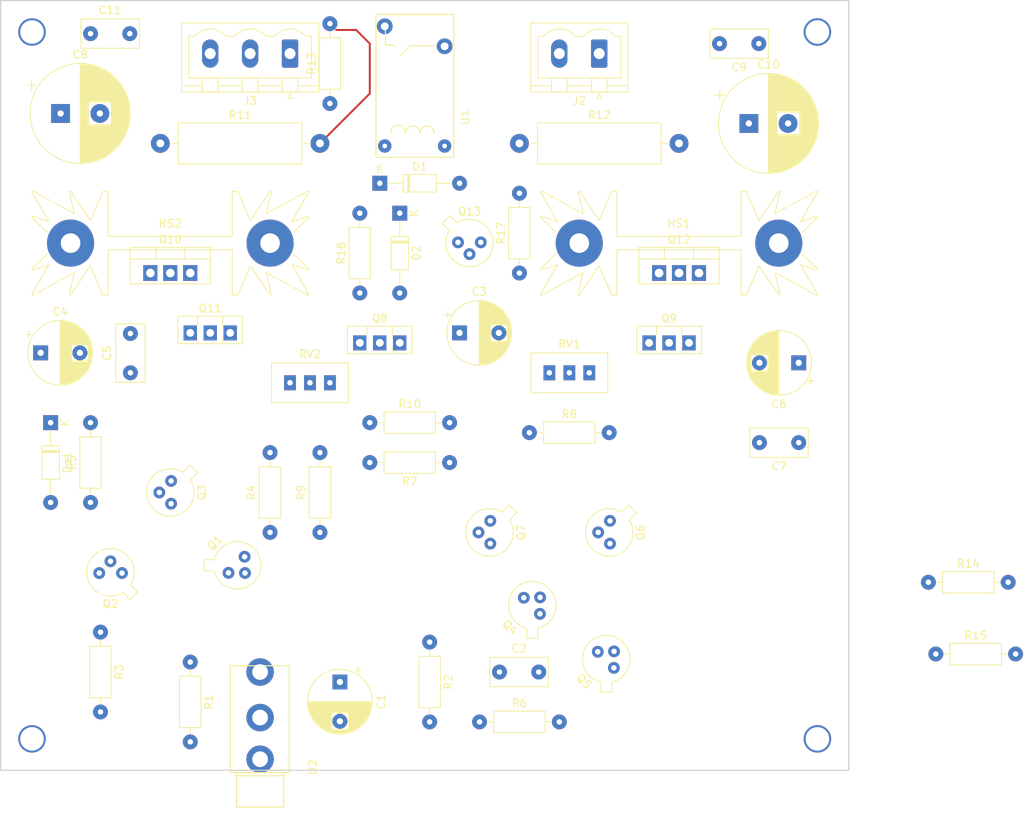
<source format=kicad_pcb>
(kicad_pcb (version 20171130) (host pcbnew "(5.0.2)-1")
  (layers (0 F.Cu signal) (31 B.Cu signal) (34 B.Paste user) (35 F.Paste user) (36 B.SilkS user) (37 F.SilkS user) (38 B.Mask user) (39 F.Mask user) (44 Edge.Cuts user))
  (net 0 "")
  (net 1 "Net-(C1-Pad2)")
  (net 2 "Net-(C1-Pad1)")
  (net 3 "Net-(C2-Pad2)")
  (net 4 "Net-(C2-Pad1)")
  (net 5 "Net-(C3-Pad1)")
  (net 6 -12V)
  (net 7 GND)
  (net 8 +12V)
  (net 9 "Net-(D1-Pad2)")
  (net 10 "Net-(D2-Pad1)")
  (net 11 "Net-(Dz1-Pad2)")
  (net 12 "Net-(Q1-Pad1)")
  (net 13 "Net-(Q2-Pad3)")
  (net 14 "Net-(Q2-Pad2)")
  (net 15 "Net-(Q3-Pad1)")
  (net 16 "Net-(Q4-Pad1)")
  (net 17 "Net-(Q5-Pad1)")
  (net 18 "Net-(Q6-Pad3)")
  (net 19 "Net-(Q6-Pad2)")
  (net 20 "Net-(Q6-Pad1)")
  (net 21 "Net-(Q7-Pad1)")
  (net 22 "Net-(Q8-Pad3)")
  (net 23 "Net-(Q10-Pad1)")
  (net 24 "Net-(Q10-Pad2)")
  (net 25 "Net-(Q11-Pad1)")
  (net 26 "Net-(Q11-Pad2)")
  (net 27 "Net-(R8-Pad2)")
  (net 28 "Net-(R10-Pad1)")
  (net 29 "Net-(R11-Pad2)")
  (net 30 /HP)
  (net 31 "Net-(U2-PadTN)")
  (module CmpAmpliAudioTR:Relais_112LMH2 (layer F.Cu) (at 99.06 68.58 90)
    (fp_text reference U1 (at 28.7 -6.9 90) (layer F.SilkS))
    (fp_text value Relay_1CT)
    (pad b1 thru_hole circle (at 25.065 -9.525 90) (size 1.7 1.7) (drill 0.6) (layers *.Cu *.Mask) (net 9 "Net-(D1-Pad2)"))
    (pad c1 thru_hole circle (at 37.765 -9.525 90) (size 2 2) (drill 1) (layers *.Cu *.Mask) (net 29 "Net-(R11-Pad2)"))
    (pad b2 thru_hole circle (at 25.065 -17.145 90) (size 1.7 1.7) (drill 0.6) (layers *.Cu *.Mask) (net 8 +12V))
    (pad c2 thru_hole circle (at 40.305 -17.145 90) (size 2 2) (drill 1) (layers *.Cu *.Mask) (net 30 /HP))
  )
  (module CmpAmpliAudioTR:CP_Radial_D12.5mm_P5.00mm (layer F.Cu) (at 128.27 40.64)
    (fp_text reference C10 (at 2.5 -7.5) (layer F.SilkS))
    (fp_text value 470u)
    (pad 2 thru_hole circle (at 5 0) (size 2.4 2.4) (drill 0.8) (layers *.Cu *.Mask) (net 6 -12V))
    (pad 1 thru_hole rect (at 0 0) (size 2.4 2.4) (drill 0.8) (layers *.Cu *.Mask) (net 7 GND))
  )
  (module CmpAmpliAudioTR:CP_Radial_D12.5mm_P5.00mm (layer F.Cu) (at 40.64 39.37)
    (fp_text reference C8 (at 2.5 -7.5) (layer F.SilkS))
    (fp_text value 470u)
    (pad 2 thru_hole circle (at 5 0) (size 2.4 2.4) (drill 0.8) (layers *.Cu *.Mask) (net 7 GND))
    (pad 1 thru_hole rect (at 0 0) (size 2.4 2.4) (drill 0.8) (layers *.Cu *.Mask) (net 8 +12V))
  )
  (module CmpAmpliAudioTR:CP_Radial_D8.0mm_P5.00mm (layer F.Cu) (at 134.62 71.12 180)
    (fp_text reference C6 (at 2.5 -5.25 180) (layer F.SilkS))
    (fp_text value 10u)
    (pad 1 thru_hole rect (at 0 0 180) (size 1.9 1.9) (drill 0.8) (layers *.Cu *.Mask) (net 7 GND))
    (pad 2 thru_hole circle (at 5 0 180) (size 1.9 1.9) (drill 0.8) (layers *.Cu *.Mask) (net 6 -12V))
  )
  (module CmpAmpliAudioTR:CP_Radial_D8.0mm_P5.00mm (layer F.Cu) (at 38.1 69.85)
    (fp_text reference C4 (at 2.5 -5.25) (layer F.SilkS))
    (fp_text value 10u)
    (pad 1 thru_hole rect (at 0 0) (size 1.9 1.9) (drill 0.8) (layers *.Cu *.Mask) (net 8 +12V))
    (pad 2 thru_hole circle (at 5 0) (size 1.9 1.9) (drill 0.8) (layers *.Cu *.Mask) (net 7 GND))
  )
  (module CmpAmpliAudioTR:CP_Radial_D8.0mm_P5.00mm (layer F.Cu) (at 91.44 67.31)
    (fp_text reference C3 (at 2.5 -5.25) (layer F.SilkS))
    (fp_text value 47u)
    (pad 1 thru_hole rect (at 0 0) (size 1.9 1.9) (drill 0.8) (layers *.Cu *.Mask) (net 5 "Net-(C3-Pad1)"))
    (pad 2 thru_hole circle (at 5 0) (size 1.9 1.9) (drill 0.8) (layers *.Cu *.Mask) (net 6 -12V))
  )
  (module CmpAmpliAudioTR:CP_Radial_D8.0mm_P5.00mm (layer F.Cu) (at 76.2 111.76 270)
    (fp_text reference C1 (at 2.5 -5.25 270) (layer F.SilkS))
    (fp_text value 47u)
    (pad 1 thru_hole rect (at 0 0 270) (size 1.9 1.9) (drill 0.8) (layers *.Cu *.Mask) (net 2 "Net-(C1-Pad1)"))
    (pad 2 thru_hole circle (at 5 0 270) (size 1.9 1.9) (drill 0.8) (layers *.Cu *.Mask) (net 1 "Net-(C1-Pad2)"))
  )
  (module CmpAmpliAudioTR:C_Rect_L7.2mm_W3.5mm_P5.00mm_FKS2_FKP2_MKS2_MKP2 (layer F.Cu) (at 49.53 72.39 90)
    (fp_text reference C5 (at 2.5 -3 90) (layer F.SilkS))
    (fp_text value 100n)
    (pad 2 thru_hole circle (at 5 0 90) (size 1.9 1.9) (drill 0.7) (layers *.Cu *.Mask) (net 7 GND))
    (pad 1 thru_hole circle (at 0 0 90) (size 1.9 1.9) (drill 0.7) (layers *.Cu *.Mask) (net 8 +12V))
  )
  (module CmpAmpliAudioTR:C_Rect_L7.2mm_W3.5mm_P5.00mm_FKS2_FKP2_MKS2_MKP2 (layer F.Cu) (at 134.62 81.28 180)
    (fp_text reference C7 (at 2.5 -3 180) (layer F.SilkS))
    (fp_text value 100n)
    (pad 2 thru_hole circle (at 5 0 180) (size 1.9 1.9) (drill 0.7) (layers *.Cu *.Mask) (net 6 -12V))
    (pad 1 thru_hole circle (at 0 0 180) (size 1.9 1.9) (drill 0.7) (layers *.Cu *.Mask) (net 7 GND))
  )
  (module CmpAmpliAudioTR:C_Rect_L7.2mm_W3.5mm_P5.00mm_FKS2_FKP2_MKS2_MKP2 (layer F.Cu) (at 96.52 110.49)
    (fp_text reference C2 (at 2.5 -3) (layer F.SilkS))
    (fp_text value C)
    (pad 2 thru_hole circle (at 5 0) (size 1.9 1.9) (drill 0.7) (layers *.Cu *.Mask) (net 3 "Net-(C2-Pad2)"))
    (pad 1 thru_hole circle (at 0 0) (size 1.9 1.9) (drill 0.7) (layers *.Cu *.Mask) (net 4 "Net-(C2-Pad1)"))
  )
  (module CmpAmpliAudioTR:C_Rect_L7.2mm_W3.5mm_P5.00mm_FKS2_FKP2_MKS2_MKP2 (layer F.Cu) (at 129.54 30.48 180)
    (fp_text reference C9 (at 2.5 -3 180) (layer F.SilkS))
    (fp_text value 100n)
    (pad 2 thru_hole circle (at 5 0 180) (size 1.9 1.9) (drill 0.7) (layers *.Cu *.Mask) (net 7 GND))
    (pad 1 thru_hole circle (at 0 0 180) (size 1.9 1.9) (drill 0.7) (layers *.Cu *.Mask) (net 8 +12V))
  )
  (module CmpAmpliAudioTR:C_Rect_L7.2mm_W3.5mm_P5.00mm_FKS2_FKP2_MKS2_MKP2 (layer F.Cu) (at 44.45 29.21)
    (fp_text reference C11 (at 2.5 -3) (layer F.SilkS))
    (fp_text value 100n)
    (pad 2 thru_hole circle (at 5 0) (size 1.9 1.9) (drill 0.7) (layers *.Cu *.Mask) (net 6 -12V))
    (pad 1 thru_hole circle (at 0 0) (size 1.9 1.9) (drill 0.7) (layers *.Cu *.Mask) (net 7 GND))
  )
  (module CmpAmpliAudioTR:D_DO-35_SOD27_P10.16mm_Horizontal (layer F.Cu) (at 81.28 48.26)
    (fp_text reference D1 (at 5.08 -2.12) (layer F.SilkS))
    (fp_text value 1N4148)
    (fp_text user K (at 0 -1.8) (layer F.SilkS))
    (pad 2 thru_hole oval (at 10.16 0) (size 1.9 1.9) (drill 0.7) (layers *.Cu *.Mask) (net 9 "Net-(D1-Pad2)"))
    (pad 1 thru_hole rect (at 0 0) (size 1.9 1.9) (drill 0.7) (layers *.Cu *.Mask) (net 8 +12V))
  )
  (module CmpAmpliAudioTR:D_DO-35_SOD27_P10.16mm_Horizontal (layer F.Cu) (at 83.82 52.07 270)
    (fp_text reference D2 (at 5.08 -2.12 270) (layer F.SilkS))
    (fp_text value 1N4148)
    (fp_text user K (at 0 -1.8 270) (layer F.SilkS))
    (pad 2 thru_hole oval (at 10.16 0 270) (size 1.9 1.9) (drill 0.7) (layers *.Cu *.Mask) (net 5 "Net-(C3-Pad1)"))
    (pad 1 thru_hole rect (at 0 0 270) (size 1.9 1.9) (drill 0.7) (layers *.Cu *.Mask) (net 10 "Net-(D2-Pad1)"))
  )
  (module CmpAmpliAudioTR:D_DO-35_SOD27_P10.16mm_Horizontal (layer F.Cu) (at 39.37 78.74 270)
    (fp_text reference Dz1 (at 5.08 -2.12 270) (layer F.SilkS))
    (fp_text value BZX55C5V1)
    (fp_text user K (at 0 -1.8 270) (layer F.SilkS))
    (pad 2 thru_hole oval (at 10.16 0 270) (size 1.9 1.9) (drill 0.7) (layers *.Cu *.Mask) (net 11 "Net-(Dz1-Pad2)"))
    (pad 1 thru_hole rect (at 0 0 270) (size 1.9 1.9) (drill 0.7) (layers *.Cu *.Mask) (net 8 +12V))
  )
  (module CmpAmpliAudioTR:Heatsink_Fischer_SK104-STC-STIC_35x13mm_2xDrill2.5mm (layer F.Cu) (at 54.61 55.88)
    (fp_text reference HS2 (at -0.025 -2.5) (layer F.SilkS))
    (fp_text value Heatsink)
    (pad 1 thru_hole circle (at -12.7 0 180) (size 6 6) (drill 2.5) (layers *.Cu *.Mask))
    (pad 1 thru_hole circle (at 12.7 0) (size 6 6) (drill 2.5) (layers *.Cu *.Mask))
  )
  (module CmpAmpliAudioTR:Heatsink_Fischer_SK104-STC-STIC_35x13mm_2xDrill2.5mm (layer F.Cu) (at 119.38 55.88)
    (fp_text reference HS1 (at -0.025 -2.5) (layer F.SilkS))
    (fp_text value Heatsink)
    (pad 1 thru_hole circle (at -12.7 0 180) (size 6 6) (drill 2.5) (layers *.Cu *.Mask))
    (pad 1 thru_hole circle (at 12.7 0) (size 6 6) (drill 2.5) (layers *.Cu *.Mask))
  )
  (module CmpAmpliAudioTR:PhoenixContact_MSTBVA_2,5_2-G-5,08_1x02_P5.08mm_Vertical (layer F.Cu) (at 109.22 31.75 180)
    (fp_text reference J2 (at 2.54 -6 180) (layer F.SilkS))
    (fp_text value Conn_01x02)
    (pad 2 thru_hole oval (at 5.08 0 180) (size 2.08 3.6) (drill 1.4) (layers *.Cu *.Mask) (net 30 /HP))
    (pad 1 thru_hole roundrect (at 0 0 180) (size 2.08 3.6) (drill 1.4) (layers *.Cu *.Mask) (roundrect_rratio 0.120192) (net 7 GND))
  )
  (module CmpAmpliAudioTR:PhoenixContact_MSTBVA_2,5_3-G-5,08_1x03_P5.08mm_Vertical (layer F.Cu) (at 69.85 31.75 180)
    (fp_text reference J3 (at 5.08 -6 180) (layer F.SilkS))
    (fp_text value Conn_01x03)
    (pad 3 thru_hole oval (at 10.16 0 180) (size 2.08 3.6) (drill 1.4) (layers *.Cu *.Mask) (net 8 +12V))
    (pad 2 thru_hole oval (at 5.08 0 180) (size 2.08 3.6) (drill 1.4) (layers *.Cu *.Mask) (net 7 GND))
    (pad 1 thru_hole roundrect (at 0 0 180) (size 2.08 3.6) (drill 1.4) (layers *.Cu *.Mask) (roundrect_rratio 0.120192) (net 6 -12V))
  )
  (module CmpAmpliAudioTR:Potentiometer_Bourns_3296W_Vertical (layer F.Cu) (at 107.95 72.39)
    (fp_text reference RV1 (at -2.54 -3.66) (layer F.SilkS))
    (fp_text value R_POT)
    (pad 3 thru_hole rect (at -5.08 0) (size 1.5 1.9) (drill 0.7) (layers *.Cu *.Mask) (net 27 "Net-(R8-Pad2)"))
    (pad 2 thru_hole rect (at -2.54 0) (size 1.5 1.9) (drill 0.7) (layers *.Cu *.Mask) (net 22 "Net-(Q8-Pad3)"))
    (pad 1 thru_hole rect (at 0 0) (size 1.5 1.9) (drill 0.7) (layers *.Cu *.Mask) (net 18 "Net-(Q6-Pad3)"))
  )
  (module CmpAmpliAudioTR:Potentiometer_Bourns_3296W_Vertical (layer F.Cu) (at 74.93 73.66)
    (fp_text reference RV2 (at -2.54 -3.66) (layer F.SilkS))
    (fp_text value R_POT)
    (pad 3 thru_hole rect (at -5.08 0) (size 1.5 1.9) (drill 0.7) (layers *.Cu *.Mask) (net 7 GND))
    (pad 2 thru_hole rect (at -2.54 0) (size 1.5 1.9) (drill 0.7) (layers *.Cu *.Mask) (net 28 "Net-(R10-Pad1)"))
    (pad 1 thru_hole rect (at 0 0) (size 1.5 1.9) (drill 0.7) (layers *.Cu *.Mask) (net 28 "Net-(R10-Pad1)"))
  )
  (module CmpAmpliAudioTR:R_Axial_DIN0207_L6.3mm_D2.5mm_P10.16mm_Horizontal (layer F.Cu) (at 73.66 92.71 90)
    (fp_text reference R9 (at 5.08 -2.37 90) (layer F.SilkS))
    (fp_text value R)
    (pad 2 thru_hole circle (at 10.16 0 90) (size 1.9 1.9) (drill 0.7) (layers *.Cu *.Mask) (net 8 +12V))
    (pad 1 thru_hole circle (at 0 0 90) (size 1.9 1.9) (drill 0.7) (layers *.Cu *.Mask) (net 21 "Net-(Q7-Pad1)"))
  )
  (module CmpAmpliAudioTR:R_Axial_DIN0207_L6.3mm_D2.5mm_P10.16mm_Horizontal (layer F.Cu) (at 78.74 62.23 90)
    (fp_text reference R16 (at 5.08 -2.37 90) (layer F.SilkS))
    (fp_text value R)
    (pad 2 thru_hole circle (at 10.16 0 90) (size 1.9 1.9) (drill 0.7) (layers *.Cu *.Mask) (net 8 +12V))
    (pad 1 thru_hole circle (at 0 0 90) (size 1.9 1.9) (drill 0.7) (layers *.Cu *.Mask) (net 5 "Net-(C3-Pad1)"))
  )
  (module CmpAmpliAudioTR:R_Axial_DIN0207_L6.3mm_D2.5mm_P10.16mm_Horizontal (layer F.Cu) (at 67.31 92.71 90)
    (fp_text reference R4 (at 5.08 -2.37 90) (layer F.SilkS))
    (fp_text value R)
    (pad 2 thru_hole circle (at 10.16 0 90) (size 1.9 1.9) (drill 0.7) (layers *.Cu *.Mask) (net 8 +12V))
    (pad 1 thru_hole circle (at 0 0 90) (size 1.9 1.9) (drill 0.7) (layers *.Cu *.Mask) (net 15 "Net-(Q3-Pad1)"))
  )
  (module CmpAmpliAudioTR:R_Axial_DIN0207_L6.3mm_D2.5mm_P10.16mm_Horizontal (layer F.Cu) (at 45.72 105.41 270)
    (fp_text reference R3 (at 5.08 -2.37 270) (layer F.SilkS))
    (fp_text value R)
    (pad 2 thru_hole circle (at 10.16 0 270) (size 1.9 1.9) (drill 0.7) (layers *.Cu *.Mask) (net 6 -12V))
    (pad 1 thru_hole circle (at 0 0 270) (size 1.9 1.9) (drill 0.7) (layers *.Cu *.Mask) (net 13 "Net-(Q2-Pad3)"))
  )
  (module CmpAmpliAudioTR:R_Axial_DIN0207_L6.3mm_D2.5mm_P10.16mm_Horizontal (layer F.Cu) (at 99.06 59.69 90)
    (fp_text reference R17 (at 5.08 -2.37 90) (layer F.SilkS))
    (fp_text value R)
    (pad 2 thru_hole circle (at 10.16 0 90) (size 1.9 1.9) (drill 0.7) (layers *.Cu *.Mask) (net 10 "Net-(D2-Pad1)"))
    (pad 1 thru_hole circle (at 0 0 90) (size 1.9 1.9) (drill 0.7) (layers *.Cu *.Mask) (net 7 GND))
  )
  (module CmpAmpliAudioTR:R_Axial_DIN0207_L6.3mm_D2.5mm_P10.16mm_Horizontal (layer F.Cu) (at 152.075001 108.195001)
    (fp_text reference R15 (at 5.08 -2.37) (layer F.SilkS))
    (fp_text value R)
    (pad 2 thru_hole circle (at 10.16 0) (size 1.9 1.9) (drill 0.7) (layers *.Cu *.Mask) (net 7 GND))
    (pad 1 thru_hole circle (at 0 0) (size 1.9 1.9) (drill 0.7) (layers *.Cu *.Mask) (net 14 "Net-(Q2-Pad2)"))
  )
  (module CmpAmpliAudioTR:R_Axial_DIN0207_L6.3mm_D2.5mm_P10.16mm_Horizontal (layer F.Cu) (at 151.13 99.06)
    (fp_text reference R14 (at 5.08 -2.37) (layer F.SilkS))
    (fp_text value R)
    (pad 2 thru_hole circle (at 10.16 0) (size 1.9 1.9) (drill 0.7) (layers *.Cu *.Mask) (net 14 "Net-(Q2-Pad2)"))
    (pad 1 thru_hole circle (at 0 0) (size 1.9 1.9) (drill 0.7) (layers *.Cu *.Mask) (net 29 "Net-(R11-Pad2)"))
  )
  (module CmpAmpliAudioTR:R_Axial_DIN0207_L6.3mm_D2.5mm_P10.16mm_Horizontal (layer F.Cu) (at 74.93 38.1 90)
    (fp_text reference R13 (at 5.08 -2.37 90) (layer F.SilkS))
    (fp_text value R)
    (pad 2 thru_hole circle (at 10.16 0 90) (size 1.9 1.9) (drill 0.7) (layers *.Cu *.Mask) (net 29 "Net-(R11-Pad2)"))
    (pad 1 thru_hole circle (at 0 0 90) (size 1.9 1.9) (drill 0.7) (layers *.Cu *.Mask) (net 7 GND))
  )
  (module CmpAmpliAudioTR:R_Axial_DIN0207_L6.3mm_D2.5mm_P10.16mm_Horizontal (layer F.Cu) (at 100.33 80.01)
    (fp_text reference R8 (at 5.08 -2.37) (layer F.SilkS))
    (fp_text value R)
    (pad 2 thru_hole circle (at 10.16 0) (size 1.9 1.9) (drill 0.7) (layers *.Cu *.Mask) (net 27 "Net-(R8-Pad2)"))
    (pad 1 thru_hole circle (at 0 0) (size 1.9 1.9) (drill 0.7) (layers *.Cu *.Mask) (net 4 "Net-(C2-Pad1)"))
  )
  (module CmpAmpliAudioTR:R_Axial_DIN0207_L6.3mm_D2.5mm_P10.16mm_Horizontal (layer F.Cu) (at 90.17 83.82 180)
    (fp_text reference R7 (at 5.08 -2.37 180) (layer F.SilkS))
    (fp_text value R)
    (pad 2 thru_hole circle (at 10.16 0 180) (size 1.9 1.9) (drill 0.7) (layers *.Cu *.Mask) (net 8 +12V))
    (pad 1 thru_hole circle (at 0 0 180) (size 1.9 1.9) (drill 0.7) (layers *.Cu *.Mask) (net 20 "Net-(Q6-Pad1)"))
  )
  (module CmpAmpliAudioTR:R_Axial_DIN0207_L6.3mm_D2.5mm_P10.16mm_Horizontal (layer F.Cu) (at 93.98 116.84)
    (fp_text reference R6 (at 5.08 -2.37) (layer F.SilkS))
    (fp_text value R)
    (pad 2 thru_hole circle (at 10.16 0) (size 1.9 1.9) (drill 0.7) (layers *.Cu *.Mask) (net 17 "Net-(Q5-Pad1)"))
    (pad 1 thru_hole circle (at 0 0) (size 1.9 1.9) (drill 0.7) (layers *.Cu *.Mask) (net 6 -12V))
  )
  (module CmpAmpliAudioTR:R_Axial_DIN0207_L6.3mm_D2.5mm_P10.16mm_Horizontal (layer F.Cu) (at 57.15 109.22 270)
    (fp_text reference R1 (at 5.08 -2.37 270) (layer F.SilkS))
    (fp_text value R)
    (pad 2 thru_hole circle (at 10.16 0 270) (size 1.9 1.9) (drill 0.7) (layers *.Cu *.Mask) (net 7 GND))
    (pad 1 thru_hole circle (at 0 0 270) (size 1.9 1.9) (drill 0.7) (layers *.Cu *.Mask) (net 2 "Net-(C1-Pad1)"))
  )
  (module CmpAmpliAudioTR:R_Axial_DIN0207_L6.3mm_D2.5mm_P10.16mm_Horizontal (layer F.Cu) (at 44.45 88.9 90)
    (fp_text reference R5 (at 5.08 -2.37 90) (layer F.SilkS))
    (fp_text value R)
    (pad 2 thru_hole circle (at 10.16 0 90) (size 1.9 1.9) (drill 0.7) (layers *.Cu *.Mask) (net 7 GND))
    (pad 1 thru_hole circle (at 0 0 90) (size 1.9 1.9) (drill 0.7) (layers *.Cu *.Mask) (net 11 "Net-(Dz1-Pad2)"))
  )
  (module CmpAmpliAudioTR:R_Axial_DIN0207_L6.3mm_D2.5mm_P10.16mm_Horizontal (layer F.Cu) (at 80.01 78.74)
    (fp_text reference R10 (at 5.08 -2.37) (layer F.SilkS))
    (fp_text value R)
    (pad 2 thru_hole circle (at 10.16 0) (size 1.9 1.9) (drill 0.7) (layers *.Cu *.Mask) (net 19 "Net-(Q6-Pad2)"))
    (pad 1 thru_hole circle (at 0 0) (size 1.9 1.9) (drill 0.7) (layers *.Cu *.Mask) (net 28 "Net-(R10-Pad1)"))
  )
  (module CmpAmpliAudioTR:R_Axial_DIN0207_L6.3mm_D2.5mm_P10.16mm_Horizontal (layer F.Cu) (at 87.63 106.68 270)
    (fp_text reference R2 (at 5.08 -2.37 270) (layer F.SilkS))
    (fp_text value R)
    (pad 2 thru_hole circle (at 10.16 0 270) (size 1.9 1.9) (drill 0.7) (layers *.Cu *.Mask) (net 6 -12V))
    (pad 1 thru_hole circle (at 0 0 270) (size 1.9 1.9) (drill 0.7) (layers *.Cu *.Mask) (net 3 "Net-(C2-Pad2)"))
  )
  (module CmpAmpliAudioTR:R_Axial_DIN0516_L15.5mm_D5.0mm_P20.32mm_Horizontal (layer F.Cu) (at 53.34 43.18)
    (fp_text reference R11 (at 10.16 -3.62) (layer F.SilkS))
    (fp_text value R)
    (pad 2 thru_hole oval (at 20.32 0) (size 2.4 2.4) (drill 1) (layers *.Cu *.Mask) (net 29 "Net-(R11-Pad2)"))
    (pad 1 thru_hole circle (at 0 0) (size 2.4 2.4) (drill 1) (layers *.Cu *.Mask) (net 24 "Net-(Q10-Pad2)"))
  )
  (module CmpAmpliAudioTR:R_Axial_DIN0516_L15.5mm_D5.0mm_P20.32mm_Horizontal (layer F.Cu) (at 99.06 43.18)
    (fp_text reference R12 (at 10.16 -3.62) (layer F.SilkS))
    (fp_text value R)
    (pad 2 thru_hole oval (at 20.32 0) (size 2.4 2.4) (drill 1) (layers *.Cu *.Mask) (net 25 "Net-(Q11-Pad1)"))
    (pad 1 thru_hole circle (at 0 0) (size 2.4 2.4) (drill 1) (layers *.Cu *.Mask) (net 29 "Net-(R11-Pad2)"))
  )
  (module CmpAmpliAudioTR:TO-126-3_Vertical (layer F.Cu) (at 115.57 68.58)
    (fp_text reference Q9 (at 2.54 -3.12) (layer F.SilkS))
    (fp_text value BD139)
    (pad 3 thru_hole rect (at 5.08 0) (size 1.7 1.9) (drill 1) (layers *.Cu *.Mask) (net 18 "Net-(Q6-Pad3)"))
    (pad 2 thru_hole rect (at 2.54 0) (size 1.7 1.9) (drill 1) (layers *.Cu *.Mask) (net 23 "Net-(Q10-Pad1)"))
    (pad 1 thru_hole rect (at 0 0) (size 1.7 1.9) (drill 1) (layers *.Cu *.Mask) (net 24 "Net-(Q10-Pad2)"))
  )
  (module CmpAmpliAudioTR:TO-126-3_Vertical (layer F.Cu) (at 57.15 67.31)
    (fp_text reference Q11 (at 2.54 -3.12) (layer F.SilkS))
    (fp_text value BD138)
    (pad 3 thru_hole rect (at 5.08 0) (size 1.7 1.9) (drill 1) (layers *.Cu *.Mask) (net 4 "Net-(C2-Pad1)"))
    (pad 2 thru_hole rect (at 2.54 0) (size 1.7 1.9) (drill 1) (layers *.Cu *.Mask) (net 26 "Net-(Q11-Pad2)"))
    (pad 1 thru_hole rect (at 0 0) (size 1.7 1.9) (drill 1) (layers *.Cu *.Mask) (net 25 "Net-(Q11-Pad1)"))
  )
  (module CmpAmpliAudioTR:TO-126-3_Vertical (layer F.Cu) (at 78.74 68.58)
    (fp_text reference Q8 (at 2.54 -3.12) (layer F.SilkS))
    (fp_text value BD139)
    (pad 3 thru_hole rect (at 5.08 0) (size 1.7 1.9) (drill 1) (layers *.Cu *.Mask) (net 22 "Net-(Q8-Pad3)"))
    (pad 2 thru_hole rect (at 2.54 0) (size 1.7 1.9) (drill 1) (layers *.Cu *.Mask) (net 18 "Net-(Q6-Pad3)"))
    (pad 1 thru_hole rect (at 0 0) (size 1.7 1.9) (drill 1) (layers *.Cu *.Mask) (net 4 "Net-(C2-Pad1)"))
  )
  (module CmpAmpliAudioTR:TO-18-3 (layer F.Cu) (at 54.61 86.36 270)
    (fp_text reference Q3 (at 1.27 -4.02 270) (layer F.SilkS))
    (fp_text value 2N2907)
    (pad 3 thru_hole circle (at 2.7 -0.1 270) (size 1.5 1.5) (drill 0.7) (layers *.Cu *.Mask) (net 12 "Net-(Q1-Pad1)"))
    (pad 2 thru_hole circle (at 1.27 1.4 270) (size 1.5 1.5) (drill 0.7) (layers *.Cu *.Mask) (net 11 "Net-(Dz1-Pad2)"))
    (pad 1 thru_hole circle (at -0.2 -0.1 270) (size 1.5 1.5) (drill 0.7) (layers *.Cu *.Mask) (net 15 "Net-(Q3-Pad1)"))
  )
  (module CmpAmpliAudioTR:TO-18-3 (layer F.Cu) (at 101.6 102.87 135)
    (fp_text reference Q4 (at 1.27 -4.02 135) (layer F.SilkS))
    (fp_text value 2N2222)
    (pad 3 thru_hole circle (at 2.7 -0.1 135) (size 1.5 1.5) (drill 0.7) (layers *.Cu *.Mask) (net 4 "Net-(C2-Pad1)"))
    (pad 2 thru_hole circle (at 1.27 1.4 135) (size 1.5 1.5) (drill 0.7) (layers *.Cu *.Mask) (net 3 "Net-(C2-Pad2)"))
    (pad 1 thru_hole circle (at -0.2 -0.1 135) (size 1.5 1.5) (drill 0.7) (layers *.Cu *.Mask) (net 16 "Net-(Q4-Pad1)"))
  )
  (module CmpAmpliAudioTR:TO-18-3 (layer F.Cu) (at 111.016051 109.746051 135)
    (fp_text reference Q5 (at 1.27 -4.02 135) (layer F.SilkS))
    (fp_text value 2N2222)
    (pad 3 thru_hole circle (at 2.7 -0.1 135) (size 1.5 1.5) (drill 0.7) (layers *.Cu *.Mask) (net 4 "Net-(C2-Pad1)"))
    (pad 2 thru_hole circle (at 1.27 1.4 135) (size 1.5 1.5) (drill 0.7) (layers *.Cu *.Mask) (net 16 "Net-(Q4-Pad1)"))
    (pad 1 thru_hole circle (at -0.2 -0.1 135) (size 1.5 1.5) (drill 0.7) (layers *.Cu *.Mask) (net 17 "Net-(Q5-Pad1)"))
  )
  (module CmpAmpliAudioTR:TO-18-3 (layer F.Cu) (at 110.49 91.44 270)
    (fp_text reference Q6 (at 1.27 -4.02 270) (layer F.SilkS))
    (fp_text value 2N2907)
    (pad 3 thru_hole circle (at 2.7 -0.1 270) (size 1.5 1.5) (drill 0.7) (layers *.Cu *.Mask) (net 18 "Net-(Q6-Pad3)"))
    (pad 2 thru_hole circle (at 1.27 1.4 270) (size 1.5 1.5) (drill 0.7) (layers *.Cu *.Mask) (net 19 "Net-(Q6-Pad2)"))
    (pad 1 thru_hole circle (at -0.2 -0.1 270) (size 1.5 1.5) (drill 0.7) (layers *.Cu *.Mask) (net 20 "Net-(Q6-Pad1)"))
  )
  (module CmpAmpliAudioTR:TO-18-3 (layer F.Cu) (at 48.26 97.79 180)
    (fp_text reference Q2 (at 1.27 -4.02 180) (layer F.SilkS))
    (fp_text value 2N2907)
    (pad 3 thru_hole circle (at 2.7 -0.1 180) (size 1.5 1.5) (drill 0.7) (layers *.Cu *.Mask) (net 13 "Net-(Q2-Pad3)"))
    (pad 2 thru_hole circle (at 1.27 1.4 180) (size 1.5 1.5) (drill 0.7) (layers *.Cu *.Mask) (net 14 "Net-(Q2-Pad2)"))
    (pad 1 thru_hole circle (at -0.2 -0.1 180) (size 1.5 1.5) (drill 0.7) (layers *.Cu *.Mask) (net 12 "Net-(Q1-Pad1)"))
  )
  (module CmpAmpliAudioTR:TO-18-3 (layer F.Cu) (at 62.23 97.79 45)
    (fp_text reference Q1 (at 1.27 -4.02 45) (layer F.SilkS))
    (fp_text value 2N2907)
    (pad 3 thru_hole circle (at 2.7 -0.1 45) (size 1.5 1.5) (drill 0.7) (layers *.Cu *.Mask) (net 3 "Net-(C2-Pad2)"))
    (pad 2 thru_hole circle (at 1.27 1.4 45) (size 1.5 1.5) (drill 0.7) (layers *.Cu *.Mask) (net 2 "Net-(C1-Pad1)"))
    (pad 1 thru_hole circle (at -0.2 -0.1 45) (size 1.5 1.5) (drill 0.7) (layers *.Cu *.Mask) (net 12 "Net-(Q1-Pad1)"))
  )
  (module CmpAmpliAudioTR:TO-18-3 (layer F.Cu) (at 95.25 91.44 270)
    (fp_text reference Q7 (at 1.27 -4.02 270) (layer F.SilkS))
    (fp_text value 2N2907)
    (pad 3 thru_hole circle (at 2.7 -0.1 270) (size 1.5 1.5) (drill 0.7) (layers *.Cu *.Mask) (net 19 "Net-(Q6-Pad2)"))
    (pad 2 thru_hole circle (at 1.27 1.4 270) (size 1.5 1.5) (drill 0.7) (layers *.Cu *.Mask) (net 19 "Net-(Q6-Pad2)"))
    (pad 1 thru_hole circle (at -0.2 -0.1 270) (size 1.5 1.5) (drill 0.7) (layers *.Cu *.Mask) (net 21 "Net-(Q7-Pad1)"))
  )
  (module CmpAmpliAudioTR:TO-18-3 (layer F.Cu) (at 91.44 55.88)
    (fp_text reference Q13 (at 1.27 -4.02) (layer F.SilkS))
    (fp_text value 2N2222)
    (pad 3 thru_hole circle (at 2.7 -0.1) (size 1.5 1.5) (drill 0.7) (layers *.Cu *.Mask) (net 9 "Net-(D1-Pad2)"))
    (pad 2 thru_hole circle (at 1.27 1.4) (size 1.5 1.5) (drill 0.7) (layers *.Cu *.Mask) (net 10 "Net-(D2-Pad1)"))
    (pad 1 thru_hole circle (at -0.2 -0.1) (size 1.5 1.5) (drill 0.7) (layers *.Cu *.Mask) (net 7 GND))
  )
  (module CmpAmpliAudioTR:TO-220-3_Vertical (layer F.Cu) (at 52.07 59.69)
    (fp_text reference Q10 (at 2.54 -4.27) (layer F.SilkS))
    (fp_text value TIP32)
    (pad 3 thru_hole rect (at 5.08 0) (size 1.8 2) (drill 1.1) (layers *.Cu *.Mask) (net 8 +12V))
    (pad 2 thru_hole rect (at 2.54 0) (size 1.8 2) (drill 1.1) (layers *.Cu *.Mask) (net 24 "Net-(Q10-Pad2)"))
    (pad 1 thru_hole rect (at 0 0) (size 1.8 2) (drill 1.1) (layers *.Cu *.Mask) (net 23 "Net-(Q10-Pad1)"))
  )
  (module CmpAmpliAudioTR:TO-220-3_Vertical (layer F.Cu) (at 116.84 59.69)
    (fp_text reference Q12 (at 2.54 -4.27) (layer F.SilkS))
    (fp_text value TIP31)
    (pad 3 thru_hole rect (at 5.08 0) (size 1.8 2) (drill 1.1) (layers *.Cu *.Mask) (net 6 -12V))
    (pad 2 thru_hole rect (at 2.54 0) (size 1.8 2) (drill 1.1) (layers *.Cu *.Mask) (net 25 "Net-(Q11-Pad1)"))
    (pad 1 thru_hole rect (at 0 0) (size 1.8 2) (drill 1.1) (layers *.Cu *.Mask) (net 26 "Net-(Q11-Pad2)"))
  )
  (module CmpAmpliAudioTR:Jack_35RAPC2AV (layer F.Cu) (at 66.04 123.69 90)
    (fp_text reference U2 (at 1.1 6.7 90) (layer F.SilkS))
    (fp_text value Jack_Mono)
    (pad T thru_hole circle (at 7.4 0 90) (size 3.5 3.5) (drill 2) (layers *.Cu *.Mask) (net 1 "Net-(C1-Pad2)"))
    (pad G thru_hole circle (at 2.1 0 90) (size 3.5 3.5) (drill 2) (layers *.Cu *.Mask) (net 7 GND))
    (pad TN thru_hole circle (at 13.2 0 90) (size 3.5 3.5) (drill 2) (layers *.Cu *.Mask) (net 31 "Net-(U2-PadTN)"))
  )
  (gr_line (start 33 123) (end 33 25) (layer Edge.Cuts) (width 0.15))
  (gr_line (start 141 123) (end 33 123) (layer Edge.Cuts) (width 0.15))
  (gr_line (start 141 25) (end 141 123) (layer Edge.Cuts) (width 0.15))
  (gr_line (start 33 25) (end 141 25) (layer Edge.Cuts) (width 0.15))
  (via (at 37 29) (size 3.5) (drill 3) (layers F.Cu B.Cu) (net 0))
  (via (at 137 29) (size 3.5) (drill 3) (layers F.Cu B.Cu) (net 0))
  (via (at 37 119) (size 3.5) (drill 3) (layers F.Cu B.Cu) (net 0))
  (via (at 137 119) (size 3.5) (drill 3) (layers F.Cu B.Cu) (net 0))
  (segment (start 80.01 36.83) (end 80.01 30.48) (width 0.25) (layer F.Cu) (net 29))
  (segment (start 73.66 43.18) (end 80.01 36.83) (width 0.25) (layer F.Cu) (net 29))
  (segment (start 80.01 30.48) (end 78.269999 28.739999) (width 0.25) (layer F.Cu) (net 29))
  (segment (start 78.269999 28.739999) (end 75.729999 28.739999) (width 0.25) (layer F.Cu) (net 29))
)
</source>
